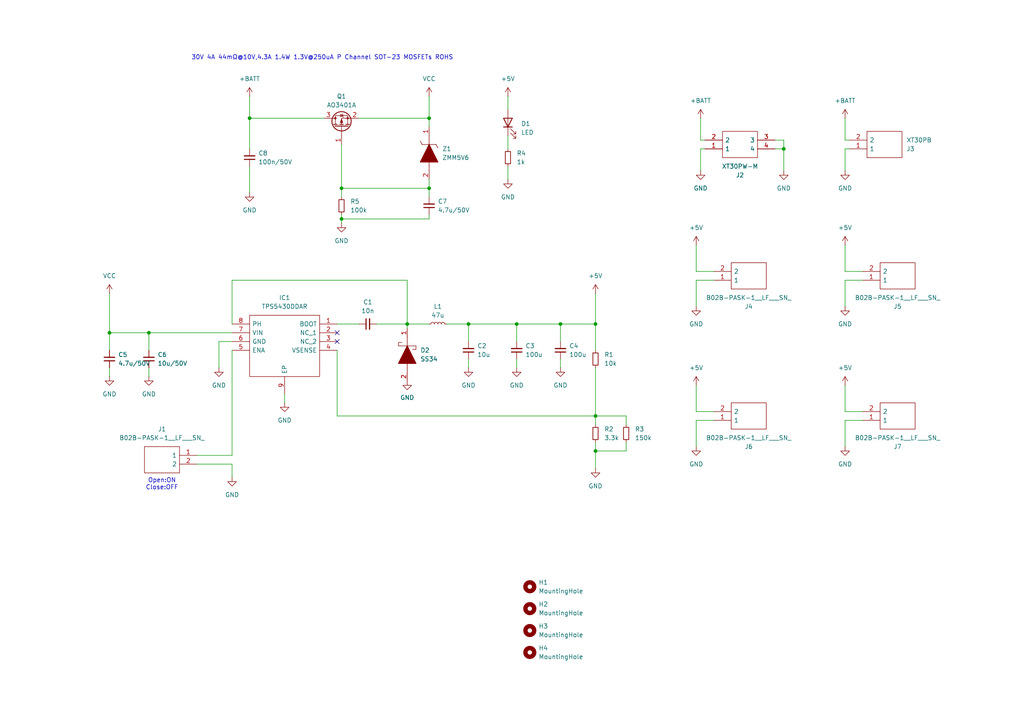
<source format=kicad_sch>
(kicad_sch (version 20231120) (generator "eeschema") (generator_version "8.0")
  (paper "A4")
  (lib_symbols
    (symbol "Device:C_Small" (pin_numbers hide) (pin_names (offset 0.254) hide)
      (property "Reference" "C" (at 0.254 1.778 0))
      (property "Value" "C_Small" (at 0.254 -2.032 0))
      (symbol "C_Small_0_1"
        (polyline (pts (xy -1.524 -0.508) (xy 1.524 -0.508)) (stroke (width 0.3302)))
        (polyline (pts (xy -1.524 0.508) (xy 1.524 0.508)) (stroke (width 0.3048)))
      )
      (symbol "C_Small_1_1"
        (pin passive line (at 0 2.54 270) (length 2.032) (name "~") (number "1"))
        (pin passive line (at 0 -2.54 90) (length 2.032) (name "~") (number "2"))
      )
    )
    (symbol "Device:LED" (pin_numbers hide) (pin_names (offset 1.016) hide)
      (property "Reference" "D" (at 0 2.54 0))
      (property "Value" "LED" (at 0 -2.54 0))
      (symbol "LED_0_1"
        (polyline (pts (xy -1.27 -1.27) (xy -1.27 1.27)) (stroke (width 0.254)))
        (polyline (pts (xy -1.27 0) (xy 1.27 0)))
        (polyline (pts (xy 1.27 -1.27) (xy 1.27 1.27) (xy -1.27 0) (xy 1.27 -1.27)) (stroke (width 0.254)))
        (polyline (pts (xy -3.048 -0.762) (xy -4.572 -2.286) (xy -3.81 -2.286) (xy -4.572 -2.286) (xy -4.572 -1.524)))
        (polyline (pts (xy -1.778 -0.762) (xy -3.302 -2.286) (xy -2.54 -2.286) (xy -3.302 -2.286) (xy -3.302 -1.524)))
      )
      (symbol "LED_1_1"
        (pin passive line (at -3.81 0 0) (length 2.54) (name "K") (number "1"))
        (pin passive line (at 3.81 0 180) (length 2.54) (name "A") (number "2"))
      )
    )
    (symbol "Device:L_Small" (pin_numbers hide) (pin_names (offset 0.254) hide)
      (property "Reference" "L" (at 0.762 1.016 0))
      (property "Value" "L_Small" (at 0.762 -1.016 0))
      (symbol "L_Small_0_1"
        (arc (start 0 -2.032) (mid 0.5058 -1.524) (end 0 -1.016))
        (arc (start 0 -1.016) (mid 0.5058 -0.508) (end 0 0))
        (arc (start 0 0) (mid 0.5058 0.508) (end 0 1.016))
        (arc (start 0 1.016) (mid 0.5058 1.524) (end 0 2.032))
      )
      (symbol "L_Small_1_1"
        (pin passive line (at 0 2.54 270) (length 0.508) (name "~") (number "1"))
        (pin passive line (at 0 -2.54 90) (length 0.508) (name "~") (number "2"))
      )
    )
    (symbol "Device:R_Small" (pin_numbers hide) (pin_names (offset 0.254) hide)
      (property "Reference" "R" (at 0.762 0.508 0))
      (property "Value" "R_Small" (at 0.762 -1.016 0))
      (symbol "R_Small_0_1"
        (rectangle (start -0.762 1.778) (end 0.762 -1.778) (stroke (width 0.2032)))
      )
      (symbol "R_Small_1_1"
        (pin passive line (at 0 2.54 270) (length 0.762) (name "~") (number "1"))
        (pin passive line (at 0 -2.54 90) (length 0.762) (name "~") (number "2"))
      )
    )
    (symbol "Mechanical:MountingHole" (pin_names (offset 1.016)) (exclude_from_sim yes) (in_bom no)
      (property "Reference" "H" (at 0 5.08 0))
      (property "Value" "MountingHole" (at 0 3.175 0))
      (symbol "MountingHole_0_1"
        (circle (center 0 0) (radius 1.27) (stroke (width 1.27)))
      )
    )
    (symbol "SS34_1" (pin_names (offset 0.762))
      (property "Reference" "D" (at 12.7 8.89 0))
      (property "Value" "SS34" (at 12.7 6.35 0))
      (symbol "SS34_1_0_0"
        (pin passive line (at 2.54 0 0) (length 2.54) (name "~") (number "1"))
        (pin passive line (at 17.78 0 180) (length 2.54) (name "~") (number "2"))
      )
      (symbol "SS34_1_0_1"
        (polyline (pts (xy 5.08 0) (xy 7.62 0)) (stroke (width 0.1524)))
        (polyline (pts (xy 7.62 2.54) (xy 7.62 -2.54)) (stroke (width 0.1524)))
        (polyline (pts (xy 12.7 0) (xy 15.24 0)) (stroke (width 0.1524)))
        (polyline (pts (xy 7.62 -2.54) (xy 6.604 -2.54) (xy 6.604 -1.524)) (stroke (width 0.1524)))
        (polyline (pts (xy 7.62 2.54) (xy 8.636 2.54) (xy 8.636 1.524)) (stroke (width 0.1524)))
        (polyline (pts (xy 7.62 0) (xy 12.7 2.54) (xy 12.7 -2.54) (xy 7.62 0)) (stroke (width 0.254)) (fill (type outline)))
      )
    )
    (symbol "SamacSys_Parts:B02B-PASK-1__LF___SN_" (pin_names (offset 0.762))
      (property "Reference" "J" (at 16.51 7.62 0))
      (property "Value" "B02B-PASK-1__LF___SN_" (at 16.51 5.08 0))
      (symbol "B02B-PASK-1__LF___SN__0_0"
        (pin passive line (at 0 -2.54 0) (length 5.08) (name "1") (number "1"))
        (pin passive line (at 0 0 0) (length 5.08) (name "2") (number "2"))
      )
      (symbol "B02B-PASK-1__LF___SN__0_1"
        (polyline (pts (xy 5.08 2.54) (xy 15.24 2.54) (xy 15.24 -5.08) (xy 5.08 -5.08) (xy 5.08 2.54)) (stroke (width 0.1524)))
      )
    )
    (symbol "SamacSys_Parts:TPS5430DDAR" (pin_names (offset 0.762))
      (property "Reference" "IC" (at 26.67 7.62 0))
      (property "Value" "TPS5430DDAR" (at 26.67 5.08 0))
      (symbol "TPS5430DDAR_0_0"
        (pin passive line (at 0 0 0) (length 5.08) (name "BOOT") (number "1"))
        (pin passive line (at 0 -2.54 0) (length 5.08) (name "NC_1") (number "2"))
        (pin passive line (at 0 -5.08 0) (length 5.08) (name "NC_2") (number "3"))
        (pin passive line (at 0 -7.62 0) (length 5.08) (name "VSENSE") (number "4"))
        (pin passive line (at 30.48 -7.62 180) (length 5.08) (name "ENA") (number "5"))
        (pin passive line (at 30.48 -5.08 180) (length 5.08) (name "GND") (number "6"))
        (pin passive line (at 30.48 -2.54 180) (length 5.08) (name "VIN") (number "7"))
        (pin passive line (at 30.48 0 180) (length 5.08) (name "PH") (number "8"))
        (pin passive line (at 15.24 -20.32 90) (length 5.08) (name "EP") (number "9"))
      )
      (symbol "TPS5430DDAR_0_1"
        (polyline (pts (xy 5.08 2.54) (xy 25.4 2.54) (xy 25.4 -15.24) (xy 5.08 -15.24) (xy 5.08 2.54)) (stroke (width 0.1524)))
      )
    )
    (symbol "SamacSys_Parts:XT30PB" (pin_names (offset 0.762))
      (property "Reference" "J" (at 16.51 7.62 0))
      (property "Value" "XT30PB" (at 16.51 5.08 0))
      (symbol "XT30PB_0_0"
        (pin passive line (at 0 0 0) (length 5.08) (name "1") (number "1"))
        (pin passive line (at 0 -2.54 0) (length 5.08) (name "2") (number "2"))
      )
      (symbol "XT30PB_0_1"
        (polyline (pts (xy 5.08 2.54) (xy 15.24 2.54) (xy 15.24 -5.08) (xy 5.08 -5.08) (xy 5.08 2.54)) (stroke (width 0.1524)))
      )
    )
    (symbol "SamacSys_Parts:XT30PW-M" (pin_names (offset 0.762))
      (property "Reference" "J" (at 16.51 7.62 0))
      (property "Value" "XT30PW-M" (at 16.51 5.08 0))
      (symbol "XT30PW-M_0_0"
        (pin passive line (at 0 0 0) (length 5.08) (name "1") (number "1"))
        (pin passive line (at 0 -2.54 0) (length 5.08) (name "2") (number "2"))
        (pin passive line (at 20.32 -2.54 180) (length 5.08) (name "3") (number "3"))
        (pin passive line (at 20.32 0 180) (length 5.08) (name "4") (number "4"))
      )
      (symbol "XT30PW-M_0_1"
        (polyline (pts (xy 5.08 2.54) (xy 15.24 2.54) (xy 15.24 -5.08) (xy 5.08 -5.08) (xy 5.08 2.54)) (stroke (width 0.1524)))
      )
    )
    (symbol "SamacSys_Parts:ZMM5V6" (pin_names (offset 0.762))
      (property "Reference" "Z" (at 10.16 8.89 0))
      (property "Value" "ZMM5V6" (at 10.16 6.35 0))
      (symbol "ZMM5V6_0_0"
        (pin passive line (at 0 0 0) (length 2.54) (name "~") (number "1"))
        (pin passive line (at 15.24 0 180) (length 2.54) (name "~") (number "2"))
      )
      (symbol "ZMM5V6_0_1"
        (polyline (pts (xy 2.54 0) (xy 5.08 0)) (stroke (width 0.1524)))
        (polyline (pts (xy 4.064 -2.54) (xy 5.08 -2.032)) (stroke (width 0.1524)))
        (polyline (pts (xy 5.08 2.032) (xy 5.08 -2.032)) (stroke (width 0.1524)))
        (polyline (pts (xy 5.08 2.032) (xy 6.096 2.54)) (stroke (width 0.1524)))
        (polyline (pts (xy 12.7 0) (xy 10.16 0)) (stroke (width 0.1524)))
        (polyline (pts (xy 5.08 0) (xy 10.16 2.54) (xy 10.16 -2.54) (xy 5.08 0)) (stroke (width 0.254)) (fill (type outline)))
      )
    )
    (symbol "Transistor_FET:AO3401A" (pin_names hide)
      (property "Reference" "Q" (at 5.08 1.905 0))
      (property "Value" "AO3401A" (at 5.08 0 0))
      (symbol "AO3401A_0_1"
        (polyline (pts (xy 0.254 0) (xy -2.54 0)))
        (polyline (pts (xy 0.254 1.905) (xy 0.254 -1.905)) (stroke (width 0.254)))
        (polyline (pts (xy 0.762 -1.27) (xy 0.762 -2.286)) (stroke (width 0.254)))
        (polyline (pts (xy 0.762 0.508) (xy 0.762 -0.508)) (stroke (width 0.254)))
        (polyline (pts (xy 0.762 2.286) (xy 0.762 1.27)) (stroke (width 0.254)))
        (polyline (pts (xy 2.54 2.54) (xy 2.54 1.778)))
        (polyline (pts (xy 2.54 -2.54) (xy 2.54 0) (xy 0.762 0)))
        (polyline (pts (xy 0.762 1.778) (xy 3.302 1.778) (xy 3.302 -1.778) (xy 0.762 -1.778)))
        (polyline (pts (xy 2.286 0) (xy 1.27 0.381) (xy 1.27 -0.381) (xy 2.286 0)) (fill (type outline)))
        (polyline (pts (xy 2.794 -0.508) (xy 2.921 -0.381) (xy 3.683 -0.381) (xy 3.81 -0.254)))
        (polyline (pts (xy 3.302 -0.381) (xy 2.921 0.254) (xy 3.683 0.254) (xy 3.302 -0.381)))
        (circle (center 1.651 0) (radius 2.794) (stroke (width 0.254)))
        (circle (center 2.54 -1.778) (radius 0.254) (fill (type outline)))
        (circle (center 2.54 1.778) (radius 0.254) (fill (type outline)))
      )
      (symbol "AO3401A_1_1"
        (pin input line (at -5.08 0 0) (length 2.54) (name "G") (number "1"))
        (pin passive line (at 2.54 -5.08 90) (length 2.54) (name "S") (number "2"))
        (pin passive line (at 2.54 5.08 270) (length 2.54) (name "D") (number "3"))
      )
    )
    (symbol "power:+5V" (power) (pin_numbers hide) (pin_names (offset 0) hide)
      (property "Value" "+5V" (at 0 3.556 0))
      (symbol "+5V_0_1"
        (polyline (pts (xy -0.762 1.27) (xy 0 2.54)))
        (polyline (pts (xy 0 0) (xy 0 2.54)))
        (polyline (pts (xy 0 2.54) (xy 0.762 1.27)))
      )
      (symbol "+5V_1_1"
        (pin power_in line (at 0 0 90) (length 0) (name "~") (number "1"))
      )
    )
    (symbol "power:+BATT" (power) (pin_numbers hide) (pin_names (offset 0) hide)
      (property "Value" "+BATT" (at 0 3.556 0))
      (symbol "+BATT_0_1"
        (polyline (pts (xy -0.762 1.27) (xy 0 2.54)))
        (polyline (pts (xy 0 0) (xy 0 2.54)))
        (polyline (pts (xy 0 2.54) (xy 0.762 1.27)))
      )
      (symbol "+BATT_1_1"
        (pin power_in line (at 0 0 90) (length 0) (name "~") (number "1"))
      )
    )
    (symbol "power:GND" (power) (pin_numbers hide) (pin_names (offset 0) hide)
      (property "Value" "GND" (at 0 -3.81 0))
      (symbol "GND_0_1"
        (polyline (pts (xy 0 0) (xy 0 -1.27) (xy 1.27 -1.27) (xy 0 -2.54) (xy -1.27 -1.27) (xy 0 -1.27)))
      )
      (symbol "GND_1_1"
        (pin power_in line (at 0 0 270) (length 0) (name "~") (number "1"))
      )
    )
    (symbol "power:VCC" (power) (pin_numbers hide) (pin_names (offset 0) hide)
      (property "Value" "VCC" (at 0 3.556 0))
      (symbol "VCC_0_1"
        (polyline (pts (xy -0.762 1.27) (xy 0 2.54)))
        (polyline (pts (xy 0 0) (xy 0 2.54)))
        (polyline (pts (xy 0 2.54) (xy 0.762 1.27)))
      )
      (symbol "VCC_1_1"
        (pin power_in line (at 0 0 90) (length 0) (name "~") (number "1"))
      )
    )
  )
  (junction (at 149.86 93.98))
  (junction (at 172.72 120.65))
  (junction (at 72.39 34.29))
  (junction (at 43.18 96.52))
  (junction (at 227.33 43.18))
  (junction (at 31.75 96.52))
  (junction (at 162.56 93.98))
  (junction (at 172.72 130.81))
  (junction (at 172.72 93.98))
  (junction (at 124.46 54.61))
  (junction (at 99.06 63.5))
  (junction (at 118.11 93.98))
  (junction (at 99.06 54.61))
  (junction (at 124.46 34.29))
  (junction (at 135.89 93.98))
  (no_connect (at 97.79 96.52))
  (no_connect (at 97.79 99.06))
  (wire (pts (xy 149.86 93.98) (xy 149.86 99.06)))
  (wire (pts (xy 99.06 63.5) (xy 99.06 64.77)))
  (wire (pts (xy 72.39 34.29) (xy 72.39 27.94)))
  (wire (pts (xy 181.61 120.65) (xy 181.61 123.19)))
  (wire (pts (xy 245.11 81.28) (xy 245.11 88.9)))
  (wire (pts (xy 207.01 119.38) (xy 201.93 119.38)))
  (wire (pts (xy 172.72 130.81) (xy 172.72 128.27)))
  (wire (pts (xy 172.72 120.65) (xy 97.79 120.65)))
  (wire (pts (xy 201.93 78.74) (xy 201.93 71.12)))
  (wire (pts (xy 227.33 49.53) (xy 227.33 43.18)))
  (wire (pts (xy 172.72 85.09) (xy 172.72 93.98)))
  (wire (pts (xy 67.31 81.28) (xy 118.11 81.28)))
  (wire (pts (xy 201.93 81.28) (xy 201.93 88.9)))
  (wire (pts (xy 99.06 62.23) (xy 99.06 63.5)))
  (wire (pts (xy 43.18 109.22) (xy 43.18 106.68)))
  (wire (pts (xy 124.46 52.07) (xy 124.46 54.61)))
  (wire (pts (xy 162.56 93.98) (xy 162.56 99.06)))
  (wire (pts (xy 31.75 96.52) (xy 31.75 85.09)))
  (wire (pts (xy 67.31 134.62) (xy 67.31 138.43)))
  (wire (pts (xy 118.11 81.28) (xy 118.11 93.98)))
  (wire (pts (xy 149.86 93.98) (xy 162.56 93.98)))
  (wire (pts (xy 207.01 78.74) (xy 201.93 78.74)))
  (wire (pts (xy 118.11 95.25) (xy 118.11 93.98)))
  (wire (pts (xy 250.19 121.92) (xy 245.11 121.92)))
  (wire (pts (xy 72.39 34.29) (xy 93.98 34.29)))
  (wire (pts (xy 172.72 120.65) (xy 181.61 120.65)))
  (wire (pts (xy 207.01 81.28) (xy 201.93 81.28)))
  (wire (pts (xy 181.61 128.27) (xy 181.61 130.81)))
  (wire (pts (xy 99.06 41.91) (xy 99.06 54.61)))
  (wire (pts (xy 57.15 134.62) (xy 67.31 134.62)))
  (wire (pts (xy 246.38 40.64) (xy 245.11 40.64)))
  (wire (pts (xy 124.46 57.15) (xy 124.46 54.61)))
  (wire (pts (xy 72.39 55.88) (xy 72.39 48.26)))
  (wire (pts (xy 135.89 93.98) (xy 135.89 99.06)))
  (wire (pts (xy 129.54 93.98) (xy 135.89 93.98)))
  (wire (pts (xy 82.55 116.84) (xy 82.55 114.3)))
  (wire (pts (xy 99.06 54.61) (xy 124.46 54.61)))
  (wire (pts (xy 245.11 121.92) (xy 245.11 129.54)))
  (wire (pts (xy 207.01 121.92) (xy 201.93 121.92)))
  (wire (pts (xy 99.06 54.61) (xy 99.06 57.15)))
  (wire (pts (xy 104.14 93.98) (xy 97.79 93.98)))
  (wire (pts (xy 67.31 99.06) (xy 63.5 99.06)))
  (wire (pts (xy 250.19 78.74) (xy 245.11 78.74)))
  (wire (pts (xy 245.11 40.64) (xy 245.11 34.29)))
  (wire (pts (xy 135.89 93.98) (xy 149.86 93.98)))
  (wire (pts (xy 67.31 132.08) (xy 57.15 132.08)))
  (wire (pts (xy 224.79 43.18) (xy 227.33 43.18)))
  (wire (pts (xy 224.79 40.64) (xy 227.33 40.64)))
  (wire (pts (xy 31.75 109.22) (xy 31.75 106.68)))
  (wire (pts (xy 227.33 43.18) (xy 227.33 40.64)))
  (wire (pts (xy 245.11 78.74) (xy 245.11 71.12)))
  (wire (pts (xy 162.56 106.68) (xy 162.56 104.14)))
  (wire (pts (xy 72.39 43.18) (xy 72.39 34.29)))
  (wire (pts (xy 147.32 27.94) (xy 147.32 31.75)))
  (wire (pts (xy 147.32 39.37) (xy 147.32 43.18)))
  (wire (pts (xy 124.46 34.29) (xy 124.46 36.83)))
  (wire (pts (xy 31.75 96.52) (xy 31.75 101.6)))
  (wire (pts (xy 203.2 43.18) (xy 203.2 49.53)))
  (wire (pts (xy 118.11 93.98) (xy 109.22 93.98)))
  (wire (pts (xy 181.61 130.81) (xy 172.72 130.81)))
  (wire (pts (xy 162.56 93.98) (xy 172.72 93.98)))
  (wire (pts (xy 63.5 99.06) (xy 63.5 106.68)))
  (wire (pts (xy 245.11 119.38) (xy 245.11 111.76)))
  (wire (pts (xy 250.19 119.38) (xy 245.11 119.38)))
  (wire (pts (xy 172.72 120.65) (xy 172.72 123.19)))
  (wire (pts (xy 43.18 96.52) (xy 43.18 101.6)))
  (wire (pts (xy 201.93 121.92) (xy 201.93 129.54)))
  (wire (pts (xy 124.46 63.5) (xy 124.46 62.23)))
  (wire (pts (xy 147.32 48.26) (xy 147.32 52.07)))
  (wire (pts (xy 250.19 81.28) (xy 245.11 81.28)))
  (wire (pts (xy 201.93 119.38) (xy 201.93 111.76)))
  (wire (pts (xy 246.38 43.18) (xy 245.11 43.18)))
  (wire (pts (xy 245.11 43.18) (xy 245.11 49.53)))
  (wire (pts (xy 124.46 27.94) (xy 124.46 34.29)))
  (wire (pts (xy 118.11 93.98) (xy 124.46 93.98)))
  (wire (pts (xy 204.47 40.64) (xy 203.2 40.64)))
  (wire (pts (xy 99.06 63.5) (xy 124.46 63.5)))
  (wire (pts (xy 97.79 120.65) (xy 97.79 101.6)))
  (wire (pts (xy 67.31 96.52) (xy 43.18 96.52)))
  (wire (pts (xy 43.18 96.52) (xy 31.75 96.52)))
  (wire (pts (xy 149.86 106.68) (xy 149.86 104.14)))
  (wire (pts (xy 203.2 40.64) (xy 203.2 34.29)))
  (wire (pts (xy 104.14 34.29) (xy 124.46 34.29)))
  (wire (pts (xy 204.47 43.18) (xy 203.2 43.18)))
  (wire (pts (xy 67.31 101.6) (xy 67.31 132.08)))
  (wire (pts (xy 172.72 135.89) (xy 172.72 130.81)))
  (wire (pts (xy 172.72 106.68) (xy 172.72 120.65)))
  (wire (pts (xy 135.89 106.68) (xy 135.89 104.14)))
  (wire (pts (xy 172.72 93.98) (xy 172.72 101.6)))
  (wire (pts (xy 67.31 93.98) (xy 67.31 81.28)))
  (text "Open:ON\nClose:OFF" (at 46.99 140.462 0) (effects (font (size 1.27 1.27))))
  (text "30V 4A 44mΩ@10V,4.3A 1.4W 1.3V@250uA P Channel SOT-23 MOSFETs ROHS" (at 93.472 16.764 0) (effects (font (size 1.27 1.27))))
  (symbol (lib_id "power:GND") (at 118.11 110.49 0) (unit 1)
    (property "Reference" "#PWR032" (effects (hide yes)))
    (property "Value" "GND" (at 118.11 115.316 0))
    (property "Description" "Power symbol creates a global label with name \"GND\" , ground" (effects (hide yes)))
  )
  (symbol (lib_id "power:GND") (at 135.89 106.68 0) (unit 1)
    (property "Reference" "#PWR06" (effects (hide yes)))
    (property "Value" "GND" (at 135.89 111.76 0))
    (property "Description" "Power symbol creates a global label with name \"GND\" , ground" (effects (hide yes)))
  )
  (symbol (lib_id "power:GND") (at 227.33 49.53 0) (unit 1)
    (property "Reference" "#PWR023" (effects (hide yes)))
    (property "Value" "GND" (at 227.33 54.61 0))
    (property "Description" "Power symbol creates a global label with name \"GND\" , ground" (effects (hide yes)))
  )
  (symbol (lib_id "power:+BATT") (at 203.2 34.29 0) (mirror y) (unit 1)
    (property "Reference" "#PWR021" (effects (hide yes)))
    (property "Value" "+BATT" (at 203.2 29.21 0))
    (property "Description" "Power symbol creates a global label with name \"+BATT\"" (effects (hide yes)))
  )
  (symbol (lib_id "power:GND") (at 67.31 138.43 0) (unit 1)
    (property "Reference" "#PWR04" (effects (hide yes)))
    (property "Value" "GND" (at 67.31 143.51 0))
    (property "Description" "Power symbol creates a global label with name \"GND\" , ground" (effects (hide yes)))
  )
  (symbol (lib_id "Device:C_Small") (at 31.75 104.14 180) (unit 1)
    (property "Reference" "C5" (at 34.29 102.8635 0) (effects (justify right)))
    (property "Value" "4.7u/50V" (at 34.29 105.4035 0) (effects (justify right)))
    (property "Footprint" "Capacitor_SMD:C_1206_3216Metric_Pad1.33x1.80mm_HandSolder" (effects (hide yes)))
    (property "Description" "Unpolarized capacitor, small symbol" (effects (hide yes)))
  )
  (symbol (lib_id "Mechanical:MountingHole") (at 153.67 182.88 0) (unit 1) (exclude_from_sim yes) (in_bom no)
    (property "Reference" "H3" (at 156.21 181.6099 0) (effects (justify left)))
    (property "Value" "MountingHole" (at 156.21 184.1499 0) (effects (justify left)))
    (property "Footprint" "MountingHole:MountingHole_3.2mm_M3_Pad_Via" (effects (hide yes)))
    (property "Description" "Mounting Hole without connection" (effects (hide yes)))
  )
  (symbol (lib_id "Device:C_Small") (at 43.18 104.14 180) (unit 1)
    (property "Reference" "C6" (at 45.72 102.8635 0) (effects (justify right)))
    (property "Value" "10u/50V" (at 45.72 105.4035 0) (effects (justify right)))
    (property "Footprint" "Capacitor_SMD:C_0805_2012Metric_Pad1.18x1.45mm_HandSolder" (effects (hide yes)))
    (property "Description" "Unpolarized capacitor, small symbol" (effects (hide yes)))
  )
  (symbol (lib_name "SS34_1") (lib_id "SamacSys_Parts:SS34") (at 118.11 92.71 270) (unit 1)
    (property "Reference" "D2" (at 121.92 101.5999 90) (effects (justify left)))
    (property "Value" "SS34" (at 121.92 104.1399 90) (effects (justify left)))
    (property "Footprint" "SamacSys_Parts:DIOM5436X244N" (effects (hide yes)))
    (property "Datasheet" "https://datasheet.lcsc.com/szlcsc/MDD-Jiangsu-Yutai-Elec-SS34_C13762.pdf" (effects (hide yes)))
    (property "Description" "Schottky Barrier Diodes (SBD) SMA(DO-214AC) RoHS" (effects (hide yes)))
    (property "Height" "2.44" (effects (hide yes)))
    (property "Manufacturer_Name" "MDD" (effects (hide yes)))
    (property "Manufacturer_Part_Number" "SS34" (effects (hide yes)))
  )
  (symbol (lib_id "power:GND") (at 147.32 52.07 0) (unit 1)
    (property "Reference" "#PWR013" (effects (hide yes)))
    (property "Value" "GND" (at 147.32 57.15 0))
    (property "Description" "Power symbol creates a global label with name \"GND\" , ground" (effects (hide yes)))
  )
  (symbol (lib_id "SamacSys_Parts:B02B-PASK-1__LF___SN_") (at 250.19 119.38 0) (unit 1)
    (property "Reference" "J7" (at 260.35 129.54 0))
    (property "Value" "B02B-PASK-1__LF___SN_" (at 260.35 127 0))
    (property "Footprint" "SamacSys_Parts:B02BPASK1LFSN" (effects (hide yes)))
    (property "Datasheet" "http://www.jst-mfg.com/product/pdf/eng/ePA-F.pdf" (effects (hide yes)))
    (property "Description" "JST Polyamide Series, 2mm Pitch 2 Way 1 Row Straight PCB Header, Solder Termination, 3A" (effects (hide yes)))
    (property "Height" "7" (effects (hide yes)))
    (property "Manufacturer_Name" "JST (JAPAN SOLDERLESS TERMINALS)" (effects (hide yes)))
    (property "Manufacturer_Part_Number" "B02B-PASK-1 (LF) (SN)" (effects (hide yes)))
  )
  (symbol (lib_id "power:GND") (at 245.11 49.53 0) (unit 1)
    (property "Reference" "#PWR022" (effects (hide yes)))
    (property "Value" "GND" (at 245.11 54.61 0))
    (property "Description" "Power symbol creates a global label with name \"GND\" , ground" (effects (hide yes)))
  )
  (symbol (lib_id "power:GND") (at 201.93 88.9 0) (unit 1)
    (property "Reference" "#PWR024" (effects (hide yes)))
    (property "Value" "GND" (at 201.93 93.98 0))
    (property "Description" "Power symbol creates a global label with name \"GND\" , ground" (effects (hide yes)))
  )
  (symbol (lib_id "SamacSys_Parts:B02B-PASK-1__LF___SN_") (at 207.01 119.38 0) (unit 1)
    (property "Reference" "J6" (at 217.17 129.54 0))
    (property "Value" "B02B-PASK-1__LF___SN_" (at 217.17 127 0))
    (property "Footprint" "SamacSys_Parts:B02BPASK1LFSN" (effects (hide yes)))
    (property "Datasheet" "http://www.jst-mfg.com/product/pdf/eng/ePA-F.pdf" (effects (hide yes)))
    (property "Description" "JST Polyamide Series, 2mm Pitch 2 Way 1 Row Straight PCB Header, Solder Termination, 3A" (effects (hide yes)))
    (property "Height" "7" (effects (hide yes)))
    (property "Manufacturer_Name" "JST (JAPAN SOLDERLESS TERMINALS)" (effects (hide yes)))
    (property "Manufacturer_Part_Number" "B02B-PASK-1 (LF) (SN)" (effects (hide yes)))
  )
  (symbol (lib_id "power:GND") (at 203.2 49.53 0) (unit 1)
    (property "Reference" "#PWR05" (effects (hide yes)))
    (property "Value" "GND" (at 203.2 54.61 0))
    (property "Description" "Power symbol creates a global label with name \"GND\" , ground" (effects (hide yes)))
  )
  (symbol (lib_id "SamacSys_Parts:XT30PB") (at 246.38 43.18 0) (mirror x) (unit 1)
    (property "Reference" "J3" (at 262.89 43.1801 0) (effects (justify left)))
    (property "Value" "XT30PB" (at 262.89 40.6401 0) (effects (justify left)))
    (property "Footprint" "SamacSys_Parts:XT30PB" (effects (hide yes)))
    (property "Datasheet" "https://www.tme.eu/Document/4acc913878197f8c2e30d4b8cdc47230/XT30UPB%20SPEC.pdf" (effects (hide yes)))
    (property "Description" "Mini XT60 XT30 Connector for RC Multirotor Racing Drone Quadcopter" (effects (hide yes)))
    (property "Height" "10.7" (effects (hide yes)))
    (property "Manufacturer_Name" "Amass" (effects (hide yes)))
    (property "Manufacturer_Part_Number" "XT30PB" (effects (hide yes)))
  )
  (symbol (lib_id "Device:C_Small") (at 106.68 93.98 90) (unit 1)
    (property "Reference" "C1" (at 106.6863 87.63 90))
    (property "Value" "10n" (at 106.6863 90.17 90))
    (property "Footprint" "Capacitor_SMD:C_0603_1608Metric_Pad1.08x0.95mm_HandSolder" (effects (hide yes)))
    (property "Description" "Unpolarized capacitor, small symbol" (effects (hide yes)))
  )
  (symbol (lib_id "Device:L_Small") (at 127 93.98 90) (unit 1)
    (property "Reference" "L1" (at 127 88.9 90))
    (property "Value" "47u" (at 127 91.44 90))
    (property "Footprint" "Inductor_SMD:L_Sunlord_MWSA1004S" (effects (hide yes)))
    (property "Description" "Inductor, small symbol" (effects (hide yes)))
  )
  (symbol (lib_id "power:GND") (at 172.72 135.89 0) (unit 1)
    (property "Reference" "#PWR010" (effects (hide yes)))
    (property "Value" "GND" (at 172.72 140.97 0))
    (property "Description" "Power symbol creates a global label with name \"GND\" , ground" (effects (hide yes)))
  )
  (symbol (lib_id "power:GND") (at 201.93 129.54 0) (unit 1)
    (property "Reference" "#PWR029" (effects (hide yes)))
    (property "Value" "GND" (at 201.93 134.62 0))
    (property "Description" "Power symbol creates a global label with name \"GND\" , ground" (effects (hide yes)))
  )
  (symbol (lib_id "power:GND") (at 31.75 109.22 0) (unit 1)
    (property "Reference" "#PWR014" (effects (hide yes)))
    (property "Value" "GND" (at 31.75 114.3 0))
    (property "Description" "Power symbol creates a global label with name \"GND\" , ground" (effects (hide yes)))
  )
  (symbol (lib_id "Device:C_Small") (at 72.39 45.72 180) (unit 1)
    (property "Reference" "C8" (at 74.93 44.4435 0) (effects (justify right)))
    (property "Value" "100n/50V" (at 74.93 46.9835 0) (effects (justify right)))
    (property "Footprint" "Capacitor_SMD:C_0603_1608Metric_Pad1.08x0.95mm_HandSolder" (effects (hide yes)))
    (property "Description" "Unpolarized capacitor, small symbol" (effects (hide yes)))
  )
  (symbol (lib_id "Mechanical:MountingHole") (at 153.67 176.53 0) (unit 1) (exclude_from_sim yes) (in_bom no)
    (property "Reference" "H2" (at 156.21 175.2599 0) (effects (justify left)))
    (property "Value" "MountingHole" (at 156.21 177.7999 0) (effects (justify left)))
    (property "Footprint" "MountingHole:MountingHole_3.2mm_M3_Pad_Via" (effects (hide yes)))
    (property "Description" "Mounting Hole without connection" (effects (hide yes)))
  )
  (symbol (lib_id "SamacSys_Parts:TPS5430DDAR") (at 97.79 93.98 0) (mirror y) (unit 1)
    (property "Reference" "IC1" (at 82.55 86.36 0))
    (property "Value" "TPS5430DDAR" (at 82.55 88.9 0))
    (property "Footprint" "SamacSys_Parts:SOIC127P600X170-9N" (effects (hide yes)))
    (property "Datasheet" "http://www.ti.com/lit/gpn/tps5430" (effects (hide yes)))
    (property "Description" "Texas Instruments, TPS5430DDAR Step-Down Switching Regulator 3A Adjustable, 1.22  31 V, 8-Pin SOIC" (effects (hide yes)))
    (property "Height" "1.7" (effects (hide yes)))
    (property "Manufacturer_Name" "Texas Instruments" (effects (hide yes)))
    (property "Manufacturer_Part_Number" "TPS5430DDAR" (effects (hide yes)))
    (property "Mouser Part Number" "595-TPS5430DDAR" (effects (hide yes)))
    (property "Mouser Price/Stock" "https://www.mouser.co.uk/ProductDetail/Texas-Instruments/TPS5430DDAR?qs=zwk82MlA57ZJdOTovH1aYA%3D%3D" (effects (hide yes)))
    (property "Arrow Part Number" "TPS5430DDAR" (effects (hide yes)))
    (property "Arrow Price/Stock" "https://www.arrow.com/en/products/tps5430ddar/texas-instruments?region=nac" (effects (hide yes)))
  )
  (symbol (lib_id "power:+BATT") (at 245.11 34.29 0) (mirror y) (unit 1)
    (property "Reference" "#PWR020" (effects (hide yes)))
    (property "Value" "+BATT" (at 245.11 29.21 0))
    (property "Description" "Power symbol creates a global label with name \"+BATT\"" (effects (hide yes)))
  )
  (symbol (lib_id "power:+BATT") (at 72.39 27.94 0) (unit 1)
    (property "Reference" "#PWR018" (effects (hide yes)))
    (property "Value" "+BATT" (at 72.39 22.86 0))
    (property "Description" "Power symbol creates a global label with name \"+BATT\"" (effects (hide yes)))
  )
  (symbol (lib_id "power:GND") (at 82.55 116.84 0) (unit 1)
    (property "Reference" "#PWR03" (effects (hide yes)))
    (property "Value" "GND" (at 82.55 121.92 0))
    (property "Description" "Power symbol creates a global label with name \"GND\" , ground" (effects (hide yes)))
  )
  (symbol (lib_id "SamacSys_Parts:ZMM5V6") (at 124.46 36.83 270) (unit 1)
    (property "Reference" "Z1" (at 128.27 43.1799 90) (effects (justify left)))
    (property "Value" "ZMM5V6" (at 128.27 45.7199 90) (effects (justify left)))
    (property "Footprint" "SamacSys_Parts:ZMM5V6" (effects (hide yes)))
    (property "Description" "500mW SURFACE MOUNT ZENER DIODE" (effects (hide yes)))
    (property "Height" "1.6" (effects (hide yes)))
    (property "Manufacturer_Name" "Lite-On" (effects (hide yes)))
    (property "Manufacturer_Part_Number" "ZMM5V6" (effects (hide yes)))
  )
  (symbol (lib_id "power:+5V") (at 245.11 71.12 0) (unit 1)
    (property "Reference" "#PWR026" (effects (hide yes)))
    (property "Value" "+5V" (at 245.11 66.04 0))
    (property "Description" "Power symbol creates a global label with name \"+5V\"" (effects (hide yes)))
  )
  (symbol (lib_id "power:GND") (at 162.56 106.68 0) (unit 1)
    (property "Reference" "#PWR08" (effects (hide yes)))
    (property "Value" "GND" (at 162.56 111.76 0))
    (property "Description" "Power symbol creates a global label with name \"GND\" , ground" (effects (hide yes)))
  )
  (symbol (lib_id "Device:R_Small") (at 172.72 125.73 0) (unit 1)
    (property "Reference" "R2" (at 175.26 124.4599 0) (effects (justify left)))
    (property "Value" "3.3k" (at 175.26 126.9999 0) (effects (justify left)))
    (property "Footprint" "Resistor_SMD:R_0603_1608Metric_Pad0.98x0.95mm_HandSolder" (effects (hide yes)))
    (property "Description" "Resistor, small symbol" (effects (hide yes)))
  )
  (symbol (lib_id "Device:C_Small") (at 124.46 59.69 180) (unit 1)
    (property "Reference" "C7" (at 127 58.4135 0) (effects (justify right)))
    (property "Value" "4.7u/50V" (at 127 60.9535 0) (effects (justify right)))
    (property "Footprint" "Capacitor_SMD:C_1206_3216Metric_Pad1.33x1.80mm_HandSolder" (effects (hide yes)))
    (property "Description" "Unpolarized capacitor, small symbol" (effects (hide yes)))
  )
  (symbol (lib_id "power:+5V") (at 147.32 27.94 0) (unit 1)
    (property "Reference" "#PWR012" (effects (hide yes)))
    (property "Value" "+5V" (at 147.32 22.86 0))
    (property "Description" "Power symbol creates a global label with name \"+5V\"" (effects (hide yes)))
  )
  (symbol (lib_id "power:VCC") (at 124.46 27.94 0) (unit 1)
    (property "Reference" "#PWR017" (effects (hide yes)))
    (property "Value" "VCC" (at 124.46 22.86 0))
    (property "Description" "Power symbol creates a global label with name \"VCC\"" (effects (hide yes)))
  )
  (symbol (lib_id "Device:C_Small") (at 135.89 101.6 180) (unit 1)
    (property "Reference" "C2" (at 138.43 100.3235 0) (effects (justify right)))
    (property "Value" "10u" (at 138.43 102.8635 0) (effects (justify right)))
    (property "Footprint" "Capacitor_SMD:C_0805_2012Metric_Pad1.18x1.45mm_HandSolder" (effects (hide yes)))
    (property "Description" "Unpolarized capacitor, small symbol" (effects (hide yes)))
  )
  (symbol (lib_id "power:+5V") (at 201.93 71.12 0) (unit 1)
    (property "Reference" "#PWR025" (effects (hide yes)))
    (property "Value" "+5V" (at 201.93 66.04 0))
    (property "Description" "Power symbol creates a global label with name \"+5V\"" (effects (hide yes)))
  )
  (symbol (lib_id "Mechanical:MountingHole") (at 153.67 189.23 0) (unit 1) (exclude_from_sim yes) (in_bom no)
    (property "Reference" "H4" (at 156.21 187.9599 0) (effects (justify left)))
    (property "Value" "MountingHole" (at 156.21 190.4999 0) (effects (justify left)))
    (property "Footprint" "MountingHole:MountingHole_3.2mm_M3_Pad_Via" (effects (hide yes)))
    (property "Description" "Mounting Hole without connection" (effects (hide yes)))
  )
  (symbol (lib_id "power:VCC") (at 31.75 85.09 0) (unit 1)
    (property "Reference" "#PWR01" (effects (hide yes)))
    (property "Value" "VCC" (at 31.75 80.01 0))
    (property "Description" "Power symbol creates a global label with name \"VCC\"" (effects (hide yes)))
  )
  (symbol (lib_id "SamacSys_Parts:B02B-PASK-1__LF___SN_") (at 207.01 78.74 0) (unit 1)
    (property "Reference" "J4" (at 217.17 88.9 0))
    (property "Value" "B02B-PASK-1__LF___SN_" (at 217.17 86.36 0))
    (property "Footprint" "SamacSys_Parts:B02BPASK1LFSN" (effects (hide yes)))
    (property "Datasheet" "http://www.jst-mfg.com/product/pdf/eng/ePA-F.pdf" (effects (hide yes)))
    (property "Description" "JST Polyamide Series, 2mm Pitch 2 Way 1 Row Straight PCB Header, Solder Termination, 3A" (effects (hide yes)))
    (property "Height" "7" (effects (hide yes)))
    (property "Manufacturer_Name" "JST (JAPAN SOLDERLESS TERMINALS)" (effects (hide yes)))
    (property "Manufacturer_Part_Number" "B02B-PASK-1 (LF) (SN)" (effects (hide yes)))
  )
  (symbol (lib_id "Transistor_FET:AO3401A") (at 99.06 36.83 90) (unit 1)
    (property "Reference" "Q1" (at 99.06 27.94 90))
    (property "Value" "AO3401A" (at 99.06 30.48 90))
    (property "Footprint" "Package_TO_SOT_SMD:SOT-23" (effects (hide yes)))
    (property "Datasheet" "http://www.aosmd.com/pdfs/datasheet/AO3401A.pdf" (effects (hide yes)))
    (property "Description" "-4.0A Id, -30V Vds, P-Channel MOSFET, SOT-23" (effects (hide yes)))
  )
  (symbol (lib_id "power:+5V") (at 245.11 111.76 0) (unit 1)
    (property "Reference" "#PWR030" (effects (hide yes)))
    (property "Value" "+5V" (at 245.11 106.68 0))
    (property "Description" "Power symbol creates a global label with name \"+5V\"" (effects (hide yes)))
  )
  (symbol (lib_id "Device:R_Small") (at 172.72 104.14 0) (unit 1)
    (property "Reference" "R1" (at 175.26 102.8699 0) (effects (justify left)))
    (property "Value" "10k" (at 175.26 105.4099 0) (effects (justify left)))
    (property "Footprint" "Resistor_SMD:R_0603_1608Metric_Pad0.98x0.95mm_HandSolder" (effects (hide yes)))
    (property "Description" "Resistor, small symbol" (effects (hide yes)))
  )
  (symbol (lib_id "power:GND") (at 99.06 64.77 0) (unit 1)
    (property "Reference" "#PWR016" (effects (hide yes)))
    (property "Value" "GND" (at 99.06 69.85 0))
    (property "Description" "Power symbol creates a global label with name \"GND\" , ground" (effects (hide yes)))
  )
  (symbol (lib_id "power:GND") (at 245.11 129.54 0) (unit 1)
    (property "Reference" "#PWR031" (effects (hide yes)))
    (property "Value" "GND" (at 245.11 134.62 0))
    (property "Description" "Power symbol creates a global label with name \"GND\" , ground" (effects (hide yes)))
  )
  (symbol (lib_id "SamacSys_Parts:B02B-PASK-1__LF___SN_") (at 250.19 78.74 0) (unit 1)
    (property "Reference" "J5" (at 260.35 88.9 0))
    (property "Value" "B02B-PASK-1__LF___SN_" (at 260.35 86.36 0))
    (property "Footprint" "SamacSys_Parts:B02BPASK1LFSN" (effects (hide yes)))
    (property "Datasheet" "http://www.jst-mfg.com/product/pdf/eng/ePA-F.pdf" (effects (hide yes)))
    (property "Description" "JST Polyamide Series, 2mm Pitch 2 Way 1 Row Straight PCB Header, Solder Termination, 3A" (effects (hide yes)))
    (property "Height" "7" (effects (hide yes)))
    (property "Manufacturer_Name" "JST (JAPAN SOLDERLESS TERMINALS)" (effects (hide yes)))
    (property "Manufacturer_Part_Number" "B02B-PASK-1 (LF) (SN)" (effects (hide yes)))
  )
  (symbol (lib_id "power:GND") (at 72.39 55.88 0) (unit 1)
    (property "Reference" "#PWR019" (effects (hide yes)))
    (property "Value" "GND" (at 72.39 60.96 0))
    (property "Description" "Power symbol creates a global label with name \"GND\" , ground" (effects (hide yes)))
  )
  (symbol (lib_id "Device:R_Small") (at 147.32 45.72 180) (unit 1)
    (property "Reference" "R4" (at 149.86 44.4499 0) (effects (justify right)))
    (property "Value" "1k" (at 149.86 46.9899 0) (effects (justify right)))
    (property "Footprint" "Resistor_SMD:R_0603_1608Metric_Pad0.98x0.95mm_HandSolder" (effects (hide yes)))
    (property "Description" "Resistor, small symbol" (effects (hide yes)))
  )
  (symbol (lib_id "Device:LED") (at 147.32 35.56 90) (unit 1)
    (property "Reference" "D1" (at 151.13 35.8774 90) (effects (justify right)))
    (property "Value" "LED" (at 151.13 38.4174 90) (effects (justify right)))
    (property "Footprint" "LED_SMD:LED_0603_1608Metric_Pad1.05x0.95mm_HandSolder" (effects (hide yes)))
    (property "Description" "Light emitting diode" (effects (hide yes)))
  )
  (symbol (lib_id "power:GND") (at 43.18 109.22 0) (unit 1)
    (property "Reference" "#PWR015" (effects (hide yes)))
    (property "Value" "GND" (at 43.18 114.3 0))
    (property "Description" "Power symbol creates a global label with name \"GND\" , ground" (effects (hide yes)))
  )
  (symbol (lib_id "power:GND") (at 245.11 88.9 0) (unit 1)
    (property "Reference" "#PWR027" (effects (hide yes)))
    (property "Value" "GND" (at 245.11 93.98 0))
    (property "Description" "Power symbol creates a global label with name \"GND\" , ground" (effects (hide yes)))
  )
  (symbol (lib_id "Device:R_Small") (at 181.61 125.73 0) (unit 1)
    (property "Reference" "R3" (at 184.15 124.4599 0) (effects (justify left)))
    (property "Value" "150k" (at 184.15 126.9999 0) (effects (justify left)))
    (property "Footprint" "Resistor_SMD:R_0603_1608Metric_Pad0.98x0.95mm_HandSolder" (effects (hide yes)))
    (property "Description" "Resistor, small symbol" (effects (hide yes)))
  )
  (symbol (lib_id "SamacSys_Parts:B02B-PASK-1__LF___SN_") (at 57.15 134.62 180) (unit 1)
    (property "Reference" "J1" (at 46.99 124.46 0))
    (property "Value" "B02B-PASK-1__LF___SN_" (at 46.99 127 0))
    (property "Footprint" "SamacSys_Parts:B02BPASK1LFSN" (effects (hide yes)))
    (property "Datasheet" "http://www.jst-mfg.com/product/pdf/eng/ePA-F.pdf" (effects (hide yes)))
    (property "Description" "JST Polyamide Series, 2mm Pitch 2 Way 1 Row Straight PCB Header, Solder Termination, 3A" (effects (hide yes)))
    (property "Height" "7" (effects (hide yes)))
    (property "Manufacturer_Name" "JST (JAPAN SOLDERLESS TERMINALS)" (effects (hide yes)))
    (property "Manufacturer_Part_Number" "B02B-PASK-1 (LF) (SN)" (effects (hide yes)))
  )
  (symbol (lib_id "SamacSys_Parts:XT30PW-M") (at 204.47 43.18 0) (mirror x) (unit 1)
    (property "Reference" "J2" (at 214.63 50.8 0))
    (property "Value" "XT30PW-M" (at 214.63 48.26 0))
    (property "Footprint" "SamacSys_Parts:XT30PWM" (effects (hide yes)))
    (property "Datasheet" "https://www.tme.eu/sl/Document/ce4077e36b79046da520ca73227e15de/XT30PW%20SPEC.pdf" (effects (hide yes)))
    (property "Description" "30A Low Temperature Rise Fire Retardant Plug" (effects (hide yes)))
    (property "Height" "5" (effects (hide yes)))
    (property "Manufacturer_Name" "Amass" (effects (hide yes)))
    (property "Manufacturer_Part_Number" "XT30PW-M" (effects (hide yes)))
  )
  (symbol (lib_id "power:+5V") (at 172.72 85.09 0) (unit 1)
    (property "Reference" "#PWR09" (effects (hide yes)))
    (property "Value" "+5V" (at 172.72 80.01 0))
    (property "Description" "Power symbol creates a global label with name \"+5V\"" (effects (hide yes)))
  )
  (symbol (lib_id "Device:R_Small") (at 99.06 59.69 0) (unit 1)
    (property "Reference" "R5" (at 101.6 58.4199 0) (effects (justify left)))
    (property "Value" "100k" (at 101.6 60.9599 0) (effects (justify left)))
    (property "Footprint" "Resistor_SMD:R_0603_1608Metric_Pad0.98x0.95mm_HandSolder" (effects (hide yes)))
    (property "Description" "Resistor, small symbol" (effects (hide yes)))
  )
  (symbol (lib_id "power:GND") (at 63.5 106.68 0) (unit 1)
    (property "Reference" "#PWR02" (effects (hide yes)))
    (property "Value" "GND" (at 63.5 111.76 0))
    (property "Description" "Power symbol creates a global label with name \"GND\" , ground" (effects (hide yes)))
  )
  (symbol (lib_id "power:GND") (at 149.86 106.68 0) (unit 1)
    (property "Reference" "#PWR07" (effects (hide yes)))
    (property "Value" "GND" (at 149.86 111.76 0))
    (property "Description" "Power symbol creates a global label with name \"GND\" , ground" (effects (hide yes)))
  )
  (symbol (lib_id "Mechanical:MountingHole") (at 153.67 170.18 0) (unit 1) (exclude_from_sim yes) (in_bom no)
    (property "Reference" "H1" (at 156.21 168.9099 0) (effects (justify left)))
    (property "Value" "MountingHole" (at 156.21 171.4499 0) (effects (justify left)))
    (property "Footprint" "MountingHole:MountingHole_3.2mm_M3_Pad_Via" (effects (hide yes)))
    (property "Description" "Mounting Hole without connection" (effects (hide yes)))
  )
  (symbol (lib_id "power:+5V") (at 201.93 111.76 0) (unit 1)
    (property "Reference" "#PWR028" (effects (hide yes)))
    (property "Value" "+5V" (at 201.93 106.68 0))
    (property "Description" "Power symbol creates a global label with name \"+5V\"" (effects (hide yes)))
  )
  (symbol (lib_id "Device:C_Small") (at 149.86 101.6 180) (unit 1)
    (property "Reference" "C3" (at 152.4 100.3235 0) (effects (justify right)))
    (property "Value" "100u" (at 152.4 102.8635 0) (effects (justify right)))
    (property "Footprint" "Capacitor_SMD:C_1206_3216Metric_Pad1.33x1.80mm_HandSolder" (effects (hide yes)))
    (property "Description" "Unpolarized capacitor, small symbol" (effects (hide yes)))
  )
  (symbol (lib_id "Device:C_Small") (at 162.56 101.6 180) (unit 1)
    (property "Reference" "C4" (at 165.1 100.3235 0) (effects (justify right)))
    (property "Value" "100u" (at 165.1 102.8635 0) (effects (justify right)))
    (property "Footprint" "Capacitor_SMD:C_1206_3216Metric_Pad1.33x1.80mm_HandSolder" (effects (hide yes)))
    (property "Description" "Unpolarized capacitor, small symbol" (effects (hide yes)))
  )
)
</source>
